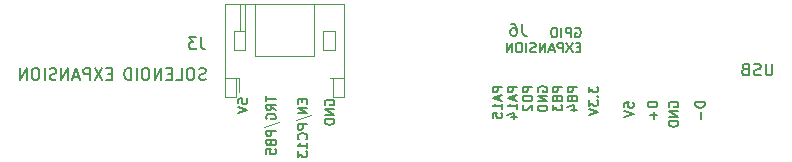
<source format=gbr>
%TF.GenerationSoftware,KiCad,Pcbnew,(6.99.0-5157-g987eb4b46a-dirty)*%
%TF.CreationDate,2022-12-28T16:32:46-05:00*%
%TF.ProjectId,controller,636f6e74-726f-46c6-9c65-722e6b696361,rev?*%
%TF.SameCoordinates,PX3cfccb0PYa197300*%
%TF.FileFunction,Legend,Bot*%
%TF.FilePolarity,Positive*%
%FSLAX46Y46*%
G04 Gerber Fmt 4.6, Leading zero omitted, Abs format (unit mm)*
G04 Created by KiCad (PCBNEW (6.99.0-5157-g987eb4b46a-dirty)) date 2022-12-28 16:32:46*
%MOMM*%
%LPD*%
G01*
G04 APERTURE LIST*
%ADD10C,0.150000*%
%ADD11C,0.120000*%
G04 APERTURE END LIST*
D10*
X51314564Y30405215D02*
X51314564Y29909977D01*
X51314564Y29909977D02*
X51619326Y30176643D01*
X51619326Y30176643D02*
X51619326Y30062358D01*
X51619326Y30062358D02*
X51657421Y29986167D01*
X51657421Y29986167D02*
X51695517Y29948072D01*
X51695517Y29948072D02*
X51771707Y29909977D01*
X51771707Y29909977D02*
X51962183Y29909977D01*
X51962183Y29909977D02*
X52038374Y29948072D01*
X52038374Y29948072D02*
X52076469Y29986167D01*
X52076469Y29986167D02*
X52114564Y30062358D01*
X52114564Y30062358D02*
X52114564Y30290929D01*
X52114564Y30290929D02*
X52076469Y30367120D01*
X52076469Y30367120D02*
X52038374Y30405215D01*
X52038374Y29567119D02*
X52076469Y29529024D01*
X52076469Y29529024D02*
X52114564Y29567119D01*
X52114564Y29567119D02*
X52076469Y29605215D01*
X52076469Y29605215D02*
X52038374Y29567119D01*
X52038374Y29567119D02*
X52114564Y29567119D01*
X51314564Y29262358D02*
X51314564Y28767120D01*
X51314564Y28767120D02*
X51619326Y29033786D01*
X51619326Y29033786D02*
X51619326Y28919501D01*
X51619326Y28919501D02*
X51657421Y28843310D01*
X51657421Y28843310D02*
X51695517Y28805215D01*
X51695517Y28805215D02*
X51771707Y28767120D01*
X51771707Y28767120D02*
X51962183Y28767120D01*
X51962183Y28767120D02*
X52038374Y28805215D01*
X52038374Y28805215D02*
X52076469Y28843310D01*
X52076469Y28843310D02*
X52114564Y28919501D01*
X52114564Y28919501D02*
X52114564Y29148072D01*
X52114564Y29148072D02*
X52076469Y29224263D01*
X52076469Y29224263D02*
X52038374Y29262358D01*
X51314564Y28538548D02*
X52114564Y28271881D01*
X52114564Y28271881D02*
X51314564Y28005215D01*
X50205296Y35351800D02*
X50281486Y35389896D01*
X50281486Y35389896D02*
X50395772Y35389896D01*
X50395772Y35389896D02*
X50510058Y35351800D01*
X50510058Y35351800D02*
X50586248Y35275610D01*
X50586248Y35275610D02*
X50624343Y35199420D01*
X50624343Y35199420D02*
X50662439Y35047039D01*
X50662439Y35047039D02*
X50662439Y34932753D01*
X50662439Y34932753D02*
X50624343Y34780372D01*
X50624343Y34780372D02*
X50586248Y34704181D01*
X50586248Y34704181D02*
X50510058Y34627991D01*
X50510058Y34627991D02*
X50395772Y34589896D01*
X50395772Y34589896D02*
X50319581Y34589896D01*
X50319581Y34589896D02*
X50205296Y34627991D01*
X50205296Y34627991D02*
X50167200Y34666086D01*
X50167200Y34666086D02*
X50167200Y34932753D01*
X50167200Y34932753D02*
X50319581Y34932753D01*
X49824343Y34589896D02*
X49824343Y35389896D01*
X49824343Y35389896D02*
X49519581Y35389896D01*
X49519581Y35389896D02*
X49443391Y35351800D01*
X49443391Y35351800D02*
X49405296Y35313705D01*
X49405296Y35313705D02*
X49367200Y35237515D01*
X49367200Y35237515D02*
X49367200Y35123229D01*
X49367200Y35123229D02*
X49405296Y35047039D01*
X49405296Y35047039D02*
X49443391Y35008943D01*
X49443391Y35008943D02*
X49519581Y34970848D01*
X49519581Y34970848D02*
X49824343Y34970848D01*
X49024343Y34589896D02*
X49024343Y35389896D01*
X48491010Y35389896D02*
X48338629Y35389896D01*
X48338629Y35389896D02*
X48262439Y35351800D01*
X48262439Y35351800D02*
X48186248Y35275610D01*
X48186248Y35275610D02*
X48148153Y35123229D01*
X48148153Y35123229D02*
X48148153Y34856562D01*
X48148153Y34856562D02*
X48186248Y34704181D01*
X48186248Y34704181D02*
X48262439Y34627991D01*
X48262439Y34627991D02*
X48338629Y34589896D01*
X48338629Y34589896D02*
X48491010Y34589896D01*
X48491010Y34589896D02*
X48567201Y34627991D01*
X48567201Y34627991D02*
X48643391Y34704181D01*
X48643391Y34704181D02*
X48681487Y34856562D01*
X48681487Y34856562D02*
X48681487Y35123229D01*
X48681487Y35123229D02*
X48643391Y35275610D01*
X48643391Y35275610D02*
X48567201Y35351800D01*
X48567201Y35351800D02*
X48491010Y35389896D01*
X50624343Y33712943D02*
X50357677Y33712943D01*
X50243391Y33293896D02*
X50624343Y33293896D01*
X50624343Y33293896D02*
X50624343Y34093896D01*
X50624343Y34093896D02*
X50243391Y34093896D01*
X49976724Y34093896D02*
X49443390Y33293896D01*
X49443390Y34093896D02*
X49976724Y33293896D01*
X49138628Y33293896D02*
X49138628Y34093896D01*
X49138628Y34093896D02*
X48833866Y34093896D01*
X48833866Y34093896D02*
X48757676Y34055800D01*
X48757676Y34055800D02*
X48719581Y34017705D01*
X48719581Y34017705D02*
X48681485Y33941515D01*
X48681485Y33941515D02*
X48681485Y33827229D01*
X48681485Y33827229D02*
X48719581Y33751039D01*
X48719581Y33751039D02*
X48757676Y33712943D01*
X48757676Y33712943D02*
X48833866Y33674848D01*
X48833866Y33674848D02*
X49138628Y33674848D01*
X48376724Y33522467D02*
X47995771Y33522467D01*
X48452914Y33293896D02*
X48186247Y34093896D01*
X48186247Y34093896D02*
X47919581Y33293896D01*
X47652914Y33293896D02*
X47652914Y34093896D01*
X47652914Y34093896D02*
X47195771Y33293896D01*
X47195771Y33293896D02*
X47195771Y34093896D01*
X46852915Y33331991D02*
X46738629Y33293896D01*
X46738629Y33293896D02*
X46548153Y33293896D01*
X46548153Y33293896D02*
X46471962Y33331991D01*
X46471962Y33331991D02*
X46433867Y33370086D01*
X46433867Y33370086D02*
X46395772Y33446277D01*
X46395772Y33446277D02*
X46395772Y33522467D01*
X46395772Y33522467D02*
X46433867Y33598658D01*
X46433867Y33598658D02*
X46471962Y33636753D01*
X46471962Y33636753D02*
X46548153Y33674848D01*
X46548153Y33674848D02*
X46700534Y33712943D01*
X46700534Y33712943D02*
X46776724Y33751039D01*
X46776724Y33751039D02*
X46814819Y33789134D01*
X46814819Y33789134D02*
X46852915Y33865324D01*
X46852915Y33865324D02*
X46852915Y33941515D01*
X46852915Y33941515D02*
X46814819Y34017705D01*
X46814819Y34017705D02*
X46776724Y34055800D01*
X46776724Y34055800D02*
X46700534Y34093896D01*
X46700534Y34093896D02*
X46510057Y34093896D01*
X46510057Y34093896D02*
X46395772Y34055800D01*
X46052914Y33293896D02*
X46052914Y34093896D01*
X45519581Y34093896D02*
X45367200Y34093896D01*
X45367200Y34093896D02*
X45291010Y34055800D01*
X45291010Y34055800D02*
X45214819Y33979610D01*
X45214819Y33979610D02*
X45176724Y33827229D01*
X45176724Y33827229D02*
X45176724Y33560562D01*
X45176724Y33560562D02*
X45214819Y33408181D01*
X45214819Y33408181D02*
X45291010Y33331991D01*
X45291010Y33331991D02*
X45367200Y33293896D01*
X45367200Y33293896D02*
X45519581Y33293896D01*
X45519581Y33293896D02*
X45595772Y33331991D01*
X45595772Y33331991D02*
X45671962Y33408181D01*
X45671962Y33408181D02*
X45710058Y33560562D01*
X45710058Y33560562D02*
X45710058Y33827229D01*
X45710058Y33827229D02*
X45671962Y33979610D01*
X45671962Y33979610D02*
X45595772Y34055800D01*
X45595772Y34055800D02*
X45519581Y34093896D01*
X44833867Y33293896D02*
X44833867Y34093896D01*
X44833867Y34093896D02*
X44376724Y33293896D01*
X44376724Y33293896D02*
X44376724Y34093896D01*
D11*
X23847640Y26953620D02*
X25092240Y27382880D01*
X26537500Y27547980D02*
X27782100Y27977240D01*
D10*
X27070217Y29331084D02*
X27070217Y29064418D01*
X27489264Y28950132D02*
X27489264Y29331084D01*
X27489264Y29331084D02*
X26689264Y29331084D01*
X26689264Y29331084D02*
X26689264Y28950132D01*
X27489264Y28607274D02*
X26689264Y28607274D01*
X26689264Y28607274D02*
X27489264Y28150131D01*
X27489264Y28150131D02*
X26689264Y28150131D01*
X24014644Y29600310D02*
X24014644Y29143167D01*
X24814644Y29371739D02*
X24014644Y29371739D01*
X24814644Y28419357D02*
X24433692Y28686024D01*
X24814644Y28876500D02*
X24014644Y28876500D01*
X24014644Y28876500D02*
X24014644Y28571738D01*
X24014644Y28571738D02*
X24052740Y28495548D01*
X24052740Y28495548D02*
X24090835Y28457453D01*
X24090835Y28457453D02*
X24167025Y28419357D01*
X24167025Y28419357D02*
X24281311Y28419357D01*
X24281311Y28419357D02*
X24357501Y28457453D01*
X24357501Y28457453D02*
X24395597Y28495548D01*
X24395597Y28495548D02*
X24433692Y28571738D01*
X24433692Y28571738D02*
X24433692Y28876500D01*
X24052740Y27657453D02*
X24014644Y27733643D01*
X24014644Y27733643D02*
X24014644Y27847929D01*
X24014644Y27847929D02*
X24052740Y27962215D01*
X24052740Y27962215D02*
X24128930Y28038405D01*
X24128930Y28038405D02*
X24205120Y28076500D01*
X24205120Y28076500D02*
X24357501Y28114596D01*
X24357501Y28114596D02*
X24471787Y28114596D01*
X24471787Y28114596D02*
X24624168Y28076500D01*
X24624168Y28076500D02*
X24700359Y28038405D01*
X24700359Y28038405D02*
X24776549Y27962215D01*
X24776549Y27962215D02*
X24814644Y27847929D01*
X24814644Y27847929D02*
X24814644Y27771738D01*
X24814644Y27771738D02*
X24776549Y27657453D01*
X24776549Y27657453D02*
X24738454Y27619357D01*
X24738454Y27619357D02*
X24471787Y27619357D01*
X24471787Y27619357D02*
X24471787Y27771738D01*
X29015900Y28845997D02*
X28977804Y28922187D01*
X28977804Y28922187D02*
X28977804Y29036473D01*
X28977804Y29036473D02*
X29015900Y29150759D01*
X29015900Y29150759D02*
X29092090Y29226949D01*
X29092090Y29226949D02*
X29168280Y29265044D01*
X29168280Y29265044D02*
X29320661Y29303140D01*
X29320661Y29303140D02*
X29434947Y29303140D01*
X29434947Y29303140D02*
X29587328Y29265044D01*
X29587328Y29265044D02*
X29663519Y29226949D01*
X29663519Y29226949D02*
X29739709Y29150759D01*
X29739709Y29150759D02*
X29777804Y29036473D01*
X29777804Y29036473D02*
X29777804Y28960282D01*
X29777804Y28960282D02*
X29739709Y28845997D01*
X29739709Y28845997D02*
X29701614Y28807901D01*
X29701614Y28807901D02*
X29434947Y28807901D01*
X29434947Y28807901D02*
X29434947Y28960282D01*
X29777804Y28465044D02*
X28977804Y28465044D01*
X28977804Y28465044D02*
X29777804Y28007901D01*
X29777804Y28007901D02*
X28977804Y28007901D01*
X29777804Y27626949D02*
X28977804Y27626949D01*
X28977804Y27626949D02*
X28977804Y27436473D01*
X28977804Y27436473D02*
X29015900Y27322187D01*
X29015900Y27322187D02*
X29092090Y27245997D01*
X29092090Y27245997D02*
X29168280Y27207902D01*
X29168280Y27207902D02*
X29320661Y27169806D01*
X29320661Y27169806D02*
X29434947Y27169806D01*
X29434947Y27169806D02*
X29587328Y27207902D01*
X29587328Y27207902D02*
X29663519Y27245997D01*
X29663519Y27245997D02*
X29739709Y27322187D01*
X29739709Y27322187D02*
X29777804Y27436473D01*
X29777804Y27436473D02*
X29777804Y27626949D01*
X21632124Y28980612D02*
X21632124Y29361564D01*
X21632124Y29361564D02*
X22013077Y29399660D01*
X22013077Y29399660D02*
X21974981Y29361564D01*
X21974981Y29361564D02*
X21936886Y29285374D01*
X21936886Y29285374D02*
X21936886Y29094898D01*
X21936886Y29094898D02*
X21974981Y29018707D01*
X21974981Y29018707D02*
X22013077Y28980612D01*
X22013077Y28980612D02*
X22089267Y28942517D01*
X22089267Y28942517D02*
X22279743Y28942517D01*
X22279743Y28942517D02*
X22355934Y28980612D01*
X22355934Y28980612D02*
X22394029Y29018707D01*
X22394029Y29018707D02*
X22432124Y29094898D01*
X22432124Y29094898D02*
X22432124Y29285374D01*
X22432124Y29285374D02*
X22394029Y29361564D01*
X22394029Y29361564D02*
X22355934Y29399660D01*
X21632124Y28713945D02*
X22432124Y28447278D01*
X22432124Y28447278D02*
X21632124Y28180612D01*
X24814644Y26676784D02*
X24014644Y26676784D01*
X24014644Y26676784D02*
X24014644Y26372022D01*
X24014644Y26372022D02*
X24052740Y26295832D01*
X24052740Y26295832D02*
X24090835Y26257737D01*
X24090835Y26257737D02*
X24167025Y26219641D01*
X24167025Y26219641D02*
X24281311Y26219641D01*
X24281311Y26219641D02*
X24357501Y26257737D01*
X24357501Y26257737D02*
X24395597Y26295832D01*
X24395597Y26295832D02*
X24433692Y26372022D01*
X24433692Y26372022D02*
X24433692Y26676784D01*
X24395597Y25610118D02*
X24433692Y25495832D01*
X24433692Y25495832D02*
X24471787Y25457737D01*
X24471787Y25457737D02*
X24547978Y25419641D01*
X24547978Y25419641D02*
X24662263Y25419641D01*
X24662263Y25419641D02*
X24738454Y25457737D01*
X24738454Y25457737D02*
X24776549Y25495832D01*
X24776549Y25495832D02*
X24814644Y25572022D01*
X24814644Y25572022D02*
X24814644Y25876784D01*
X24814644Y25876784D02*
X24014644Y25876784D01*
X24014644Y25876784D02*
X24014644Y25610118D01*
X24014644Y25610118D02*
X24052740Y25533927D01*
X24052740Y25533927D02*
X24090835Y25495832D01*
X24090835Y25495832D02*
X24167025Y25457737D01*
X24167025Y25457737D02*
X24243216Y25457737D01*
X24243216Y25457737D02*
X24319406Y25495832D01*
X24319406Y25495832D02*
X24357501Y25533927D01*
X24357501Y25533927D02*
X24395597Y25610118D01*
X24395597Y25610118D02*
X24395597Y25876784D01*
X24014644Y24695832D02*
X24014644Y25076784D01*
X24014644Y25076784D02*
X24395597Y25114880D01*
X24395597Y25114880D02*
X24357501Y25076784D01*
X24357501Y25076784D02*
X24319406Y25000594D01*
X24319406Y25000594D02*
X24319406Y24810118D01*
X24319406Y24810118D02*
X24357501Y24733927D01*
X24357501Y24733927D02*
X24395597Y24695832D01*
X24395597Y24695832D02*
X24471787Y24657737D01*
X24471787Y24657737D02*
X24662263Y24657737D01*
X24662263Y24657737D02*
X24738454Y24695832D01*
X24738454Y24695832D02*
X24776549Y24733927D01*
X24776549Y24733927D02*
X24814644Y24810118D01*
X24814644Y24810118D02*
X24814644Y25000594D01*
X24814644Y25000594D02*
X24776549Y25076784D01*
X24776549Y25076784D02*
X24738454Y25114880D01*
X27489264Y27200024D02*
X26689264Y27200024D01*
X26689264Y27200024D02*
X26689264Y26895262D01*
X26689264Y26895262D02*
X26727360Y26819072D01*
X26727360Y26819072D02*
X26765455Y26780977D01*
X26765455Y26780977D02*
X26841645Y26742881D01*
X26841645Y26742881D02*
X26955931Y26742881D01*
X26955931Y26742881D02*
X27032121Y26780977D01*
X27032121Y26780977D02*
X27070217Y26819072D01*
X27070217Y26819072D02*
X27108312Y26895262D01*
X27108312Y26895262D02*
X27108312Y27200024D01*
X27413074Y25942881D02*
X27451169Y25980977D01*
X27451169Y25980977D02*
X27489264Y26095262D01*
X27489264Y26095262D02*
X27489264Y26171453D01*
X27489264Y26171453D02*
X27451169Y26285739D01*
X27451169Y26285739D02*
X27374979Y26361929D01*
X27374979Y26361929D02*
X27298788Y26400024D01*
X27298788Y26400024D02*
X27146407Y26438120D01*
X27146407Y26438120D02*
X27032121Y26438120D01*
X27032121Y26438120D02*
X26879740Y26400024D01*
X26879740Y26400024D02*
X26803550Y26361929D01*
X26803550Y26361929D02*
X26727360Y26285739D01*
X26727360Y26285739D02*
X26689264Y26171453D01*
X26689264Y26171453D02*
X26689264Y26095262D01*
X26689264Y26095262D02*
X26727360Y25980977D01*
X26727360Y25980977D02*
X26765455Y25942881D01*
X27489264Y25180977D02*
X27489264Y25638120D01*
X27489264Y25409548D02*
X26689264Y25409548D01*
X26689264Y25409548D02*
X26803550Y25485739D01*
X26803550Y25485739D02*
X26879740Y25561929D01*
X26879740Y25561929D02*
X26917836Y25638120D01*
X26689264Y24914310D02*
X26689264Y24419072D01*
X26689264Y24419072D02*
X26994026Y24685738D01*
X26994026Y24685738D02*
X26994026Y24571453D01*
X26994026Y24571453D02*
X27032121Y24495262D01*
X27032121Y24495262D02*
X27070217Y24457167D01*
X27070217Y24457167D02*
X27146407Y24419072D01*
X27146407Y24419072D02*
X27336883Y24419072D01*
X27336883Y24419072D02*
X27413074Y24457167D01*
X27413074Y24457167D02*
X27451169Y24495262D01*
X27451169Y24495262D02*
X27489264Y24571453D01*
X27489264Y24571453D02*
X27489264Y24800024D01*
X27489264Y24800024D02*
X27451169Y24876215D01*
X27451169Y24876215D02*
X27413074Y24914310D01*
X54334624Y28635081D02*
X54334624Y29016033D01*
X54334624Y29016033D02*
X54715577Y29054129D01*
X54715577Y29054129D02*
X54677481Y29016033D01*
X54677481Y29016033D02*
X54639386Y28939843D01*
X54639386Y28939843D02*
X54639386Y28749367D01*
X54639386Y28749367D02*
X54677481Y28673176D01*
X54677481Y28673176D02*
X54715577Y28635081D01*
X54715577Y28635081D02*
X54791767Y28596986D01*
X54791767Y28596986D02*
X54982243Y28596986D01*
X54982243Y28596986D02*
X55058434Y28635081D01*
X55058434Y28635081D02*
X55096529Y28673176D01*
X55096529Y28673176D02*
X55134624Y28749367D01*
X55134624Y28749367D02*
X55134624Y28939843D01*
X55134624Y28939843D02*
X55096529Y29016033D01*
X55096529Y29016033D02*
X55058434Y29054129D01*
X54334624Y28368414D02*
X55134624Y28101747D01*
X55134624Y28101747D02*
X54334624Y27835081D01*
X58157320Y28675664D02*
X58119224Y28751854D01*
X58119224Y28751854D02*
X58119224Y28866140D01*
X58119224Y28866140D02*
X58157320Y28980426D01*
X58157320Y28980426D02*
X58233510Y29056616D01*
X58233510Y29056616D02*
X58309700Y29094711D01*
X58309700Y29094711D02*
X58462081Y29132807D01*
X58462081Y29132807D02*
X58576367Y29132807D01*
X58576367Y29132807D02*
X58728748Y29094711D01*
X58728748Y29094711D02*
X58804939Y29056616D01*
X58804939Y29056616D02*
X58881129Y28980426D01*
X58881129Y28980426D02*
X58919224Y28866140D01*
X58919224Y28866140D02*
X58919224Y28789949D01*
X58919224Y28789949D02*
X58881129Y28675664D01*
X58881129Y28675664D02*
X58843034Y28637568D01*
X58843034Y28637568D02*
X58576367Y28637568D01*
X58576367Y28637568D02*
X58576367Y28789949D01*
X58919224Y28294711D02*
X58119224Y28294711D01*
X58119224Y28294711D02*
X58919224Y27837568D01*
X58919224Y27837568D02*
X58119224Y27837568D01*
X58919224Y27456616D02*
X58119224Y27456616D01*
X58119224Y27456616D02*
X58119224Y27266140D01*
X58119224Y27266140D02*
X58157320Y27151854D01*
X58157320Y27151854D02*
X58233510Y27075664D01*
X58233510Y27075664D02*
X58309700Y27037569D01*
X58309700Y27037569D02*
X58462081Y26999473D01*
X58462081Y26999473D02*
X58576367Y26999473D01*
X58576367Y26999473D02*
X58728748Y27037569D01*
X58728748Y27037569D02*
X58804939Y27075664D01*
X58804939Y27075664D02*
X58881129Y27151854D01*
X58881129Y27151854D02*
X58919224Y27266140D01*
X58919224Y27266140D02*
X58919224Y27456616D01*
X57123444Y29090942D02*
X56323444Y29090942D01*
X56323444Y29090942D02*
X56323444Y28900466D01*
X56323444Y28900466D02*
X56361540Y28786180D01*
X56361540Y28786180D02*
X56437730Y28709990D01*
X56437730Y28709990D02*
X56513920Y28671895D01*
X56513920Y28671895D02*
X56666301Y28633799D01*
X56666301Y28633799D02*
X56780587Y28633799D01*
X56780587Y28633799D02*
X56932968Y28671895D01*
X56932968Y28671895D02*
X57009159Y28709990D01*
X57009159Y28709990D02*
X57085349Y28786180D01*
X57085349Y28786180D02*
X57123444Y28900466D01*
X57123444Y28900466D02*
X57123444Y29090942D01*
X56818682Y28290942D02*
X56818682Y27681418D01*
X57123444Y27986180D02*
X56513920Y27986180D01*
X61162044Y29073162D02*
X60362044Y29073162D01*
X60362044Y29073162D02*
X60362044Y28882686D01*
X60362044Y28882686D02*
X60400140Y28768400D01*
X60400140Y28768400D02*
X60476330Y28692210D01*
X60476330Y28692210D02*
X60552520Y28654115D01*
X60552520Y28654115D02*
X60704901Y28616019D01*
X60704901Y28616019D02*
X60819187Y28616019D01*
X60819187Y28616019D02*
X60971568Y28654115D01*
X60971568Y28654115D02*
X61047759Y28692210D01*
X61047759Y28692210D02*
X61123949Y28768400D01*
X61123949Y28768400D02*
X61162044Y28882686D01*
X61162044Y28882686D02*
X61162044Y29073162D01*
X60857282Y28273162D02*
X60857282Y27663638D01*
X50339104Y30400144D02*
X49539104Y30400144D01*
X49539104Y30400144D02*
X49539104Y30095382D01*
X49539104Y30095382D02*
X49577200Y30019192D01*
X49577200Y30019192D02*
X49615295Y29981097D01*
X49615295Y29981097D02*
X49691485Y29943001D01*
X49691485Y29943001D02*
X49805771Y29943001D01*
X49805771Y29943001D02*
X49881961Y29981097D01*
X49881961Y29981097D02*
X49920057Y30019192D01*
X49920057Y30019192D02*
X49958152Y30095382D01*
X49958152Y30095382D02*
X49958152Y30400144D01*
X49920057Y29333478D02*
X49958152Y29219192D01*
X49958152Y29219192D02*
X49996247Y29181097D01*
X49996247Y29181097D02*
X50072438Y29143001D01*
X50072438Y29143001D02*
X50186723Y29143001D01*
X50186723Y29143001D02*
X50262914Y29181097D01*
X50262914Y29181097D02*
X50301009Y29219192D01*
X50301009Y29219192D02*
X50339104Y29295382D01*
X50339104Y29295382D02*
X50339104Y29600144D01*
X50339104Y29600144D02*
X49539104Y29600144D01*
X49539104Y29600144D02*
X49539104Y29333478D01*
X49539104Y29333478D02*
X49577200Y29257287D01*
X49577200Y29257287D02*
X49615295Y29219192D01*
X49615295Y29219192D02*
X49691485Y29181097D01*
X49691485Y29181097D02*
X49767676Y29181097D01*
X49767676Y29181097D02*
X49843866Y29219192D01*
X49843866Y29219192D02*
X49881961Y29257287D01*
X49881961Y29257287D02*
X49920057Y29333478D01*
X49920057Y29333478D02*
X49920057Y29600144D01*
X49805771Y28457287D02*
X50339104Y28457287D01*
X49501009Y28647763D02*
X50072438Y28838240D01*
X50072438Y28838240D02*
X50072438Y28343001D01*
X49069104Y30400144D02*
X48269104Y30400144D01*
X48269104Y30400144D02*
X48269104Y30095382D01*
X48269104Y30095382D02*
X48307200Y30019192D01*
X48307200Y30019192D02*
X48345295Y29981097D01*
X48345295Y29981097D02*
X48421485Y29943001D01*
X48421485Y29943001D02*
X48535771Y29943001D01*
X48535771Y29943001D02*
X48611961Y29981097D01*
X48611961Y29981097D02*
X48650057Y30019192D01*
X48650057Y30019192D02*
X48688152Y30095382D01*
X48688152Y30095382D02*
X48688152Y30400144D01*
X48650057Y29333478D02*
X48688152Y29219192D01*
X48688152Y29219192D02*
X48726247Y29181097D01*
X48726247Y29181097D02*
X48802438Y29143001D01*
X48802438Y29143001D02*
X48916723Y29143001D01*
X48916723Y29143001D02*
X48992914Y29181097D01*
X48992914Y29181097D02*
X49031009Y29219192D01*
X49031009Y29219192D02*
X49069104Y29295382D01*
X49069104Y29295382D02*
X49069104Y29600144D01*
X49069104Y29600144D02*
X48269104Y29600144D01*
X48269104Y29600144D02*
X48269104Y29333478D01*
X48269104Y29333478D02*
X48307200Y29257287D01*
X48307200Y29257287D02*
X48345295Y29219192D01*
X48345295Y29219192D02*
X48421485Y29181097D01*
X48421485Y29181097D02*
X48497676Y29181097D01*
X48497676Y29181097D02*
X48573866Y29219192D01*
X48573866Y29219192D02*
X48611961Y29257287D01*
X48611961Y29257287D02*
X48650057Y29333478D01*
X48650057Y29333478D02*
X48650057Y29600144D01*
X48269104Y28876335D02*
X48269104Y28381097D01*
X48269104Y28381097D02*
X48573866Y28647763D01*
X48573866Y28647763D02*
X48573866Y28533478D01*
X48573866Y28533478D02*
X48611961Y28457287D01*
X48611961Y28457287D02*
X48650057Y28419192D01*
X48650057Y28419192D02*
X48726247Y28381097D01*
X48726247Y28381097D02*
X48916723Y28381097D01*
X48916723Y28381097D02*
X48992914Y28419192D01*
X48992914Y28419192D02*
X49031009Y28457287D01*
X49031009Y28457287D02*
X49069104Y28533478D01*
X49069104Y28533478D02*
X49069104Y28762049D01*
X49069104Y28762049D02*
X49031009Y28838240D01*
X49031009Y28838240D02*
X48992914Y28876335D01*
X47037200Y29981097D02*
X46999104Y30057287D01*
X46999104Y30057287D02*
X46999104Y30171573D01*
X46999104Y30171573D02*
X47037200Y30285859D01*
X47037200Y30285859D02*
X47113390Y30362049D01*
X47113390Y30362049D02*
X47189580Y30400144D01*
X47189580Y30400144D02*
X47341961Y30438240D01*
X47341961Y30438240D02*
X47456247Y30438240D01*
X47456247Y30438240D02*
X47608628Y30400144D01*
X47608628Y30400144D02*
X47684819Y30362049D01*
X47684819Y30362049D02*
X47761009Y30285859D01*
X47761009Y30285859D02*
X47799104Y30171573D01*
X47799104Y30171573D02*
X47799104Y30095382D01*
X47799104Y30095382D02*
X47761009Y29981097D01*
X47761009Y29981097D02*
X47722914Y29943001D01*
X47722914Y29943001D02*
X47456247Y29943001D01*
X47456247Y29943001D02*
X47456247Y30095382D01*
X47799104Y29600144D02*
X46999104Y29600144D01*
X46999104Y29600144D02*
X47799104Y29143001D01*
X47799104Y29143001D02*
X46999104Y29143001D01*
X47799104Y28762049D02*
X46999104Y28762049D01*
X46999104Y28762049D02*
X46999104Y28571573D01*
X46999104Y28571573D02*
X47037200Y28457287D01*
X47037200Y28457287D02*
X47113390Y28381097D01*
X47113390Y28381097D02*
X47189580Y28343002D01*
X47189580Y28343002D02*
X47341961Y28304906D01*
X47341961Y28304906D02*
X47456247Y28304906D01*
X47456247Y28304906D02*
X47608628Y28343002D01*
X47608628Y28343002D02*
X47684819Y28381097D01*
X47684819Y28381097D02*
X47761009Y28457287D01*
X47761009Y28457287D02*
X47799104Y28571573D01*
X47799104Y28571573D02*
X47799104Y28762049D01*
X46529104Y30400144D02*
X45729104Y30400144D01*
X45729104Y30400144D02*
X45729104Y30095382D01*
X45729104Y30095382D02*
X45767200Y30019192D01*
X45767200Y30019192D02*
X45805295Y29981097D01*
X45805295Y29981097D02*
X45881485Y29943001D01*
X45881485Y29943001D02*
X45995771Y29943001D01*
X45995771Y29943001D02*
X46071961Y29981097D01*
X46071961Y29981097D02*
X46110057Y30019192D01*
X46110057Y30019192D02*
X46148152Y30095382D01*
X46148152Y30095382D02*
X46148152Y30400144D01*
X46529104Y29600144D02*
X45729104Y29600144D01*
X45729104Y29600144D02*
X45729104Y29409668D01*
X45729104Y29409668D02*
X45767200Y29295382D01*
X45767200Y29295382D02*
X45843390Y29219192D01*
X45843390Y29219192D02*
X45919580Y29181097D01*
X45919580Y29181097D02*
X46071961Y29143001D01*
X46071961Y29143001D02*
X46186247Y29143001D01*
X46186247Y29143001D02*
X46338628Y29181097D01*
X46338628Y29181097D02*
X46414819Y29219192D01*
X46414819Y29219192D02*
X46491009Y29295382D01*
X46491009Y29295382D02*
X46529104Y29409668D01*
X46529104Y29409668D02*
X46529104Y29600144D01*
X45805295Y28838240D02*
X45767200Y28800144D01*
X45767200Y28800144D02*
X45729104Y28723954D01*
X45729104Y28723954D02*
X45729104Y28533478D01*
X45729104Y28533478D02*
X45767200Y28457287D01*
X45767200Y28457287D02*
X45805295Y28419192D01*
X45805295Y28419192D02*
X45881485Y28381097D01*
X45881485Y28381097D02*
X45957676Y28381097D01*
X45957676Y28381097D02*
X46071961Y28419192D01*
X46071961Y28419192D02*
X46529104Y28876335D01*
X46529104Y28876335D02*
X46529104Y28381097D01*
X45259104Y30400144D02*
X44459104Y30400144D01*
X44459104Y30400144D02*
X44459104Y30095382D01*
X44459104Y30095382D02*
X44497200Y30019192D01*
X44497200Y30019192D02*
X44535295Y29981097D01*
X44535295Y29981097D02*
X44611485Y29943001D01*
X44611485Y29943001D02*
X44725771Y29943001D01*
X44725771Y29943001D02*
X44801961Y29981097D01*
X44801961Y29981097D02*
X44840057Y30019192D01*
X44840057Y30019192D02*
X44878152Y30095382D01*
X44878152Y30095382D02*
X44878152Y30400144D01*
X45030533Y29638240D02*
X45030533Y29257287D01*
X45259104Y29714430D02*
X44459104Y29447763D01*
X44459104Y29447763D02*
X45259104Y29181097D01*
X45259104Y28495383D02*
X45259104Y28952526D01*
X45259104Y28723954D02*
X44459104Y28723954D01*
X44459104Y28723954D02*
X44573390Y28800145D01*
X44573390Y28800145D02*
X44649580Y28876335D01*
X44649580Y28876335D02*
X44687676Y28952526D01*
X44725771Y27809668D02*
X45259104Y27809668D01*
X44421009Y28000144D02*
X44992438Y28190621D01*
X44992438Y28190621D02*
X44992438Y27695382D01*
X43989104Y30400144D02*
X43189104Y30400144D01*
X43189104Y30400144D02*
X43189104Y30095382D01*
X43189104Y30095382D02*
X43227200Y30019192D01*
X43227200Y30019192D02*
X43265295Y29981097D01*
X43265295Y29981097D02*
X43341485Y29943001D01*
X43341485Y29943001D02*
X43455771Y29943001D01*
X43455771Y29943001D02*
X43531961Y29981097D01*
X43531961Y29981097D02*
X43570057Y30019192D01*
X43570057Y30019192D02*
X43608152Y30095382D01*
X43608152Y30095382D02*
X43608152Y30400144D01*
X43760533Y29638240D02*
X43760533Y29257287D01*
X43989104Y29714430D02*
X43189104Y29447763D01*
X43189104Y29447763D02*
X43989104Y29181097D01*
X43989104Y28495383D02*
X43989104Y28952526D01*
X43989104Y28723954D02*
X43189104Y28723954D01*
X43189104Y28723954D02*
X43303390Y28800145D01*
X43303390Y28800145D02*
X43379580Y28876335D01*
X43379580Y28876335D02*
X43417676Y28952526D01*
X43189104Y27771573D02*
X43189104Y28152525D01*
X43189104Y28152525D02*
X43570057Y28190621D01*
X43570057Y28190621D02*
X43531961Y28152525D01*
X43531961Y28152525D02*
X43493866Y28076335D01*
X43493866Y28076335D02*
X43493866Y27885859D01*
X43493866Y27885859D02*
X43531961Y27809668D01*
X43531961Y27809668D02*
X43570057Y27771573D01*
X43570057Y27771573D02*
X43646247Y27733478D01*
X43646247Y27733478D02*
X43836723Y27733478D01*
X43836723Y27733478D02*
X43912914Y27771573D01*
X43912914Y27771573D02*
X43951009Y27809668D01*
X43951009Y27809668D02*
X43989104Y27885859D01*
X43989104Y27885859D02*
X43989104Y28076335D01*
X43989104Y28076335D02*
X43951009Y28152525D01*
X43951009Y28152525D02*
X43912914Y28190621D01*
X18900637Y31015359D02*
X18757780Y30967740D01*
X18757780Y30967740D02*
X18519685Y30967740D01*
X18519685Y30967740D02*
X18424447Y31015359D01*
X18424447Y31015359D02*
X18376828Y31062978D01*
X18376828Y31062978D02*
X18329209Y31158216D01*
X18329209Y31158216D02*
X18329209Y31253454D01*
X18329209Y31253454D02*
X18376828Y31348692D01*
X18376828Y31348692D02*
X18424447Y31396311D01*
X18424447Y31396311D02*
X18519685Y31443930D01*
X18519685Y31443930D02*
X18710161Y31491549D01*
X18710161Y31491549D02*
X18805399Y31539168D01*
X18805399Y31539168D02*
X18853018Y31586787D01*
X18853018Y31586787D02*
X18900637Y31682025D01*
X18900637Y31682025D02*
X18900637Y31777263D01*
X18900637Y31777263D02*
X18853018Y31872501D01*
X18853018Y31872501D02*
X18805399Y31920120D01*
X18805399Y31920120D02*
X18710161Y31967740D01*
X18710161Y31967740D02*
X18472066Y31967740D01*
X18472066Y31967740D02*
X18329209Y31920120D01*
X17710161Y31967740D02*
X17519685Y31967740D01*
X17519685Y31967740D02*
X17424447Y31920120D01*
X17424447Y31920120D02*
X17329209Y31824882D01*
X17329209Y31824882D02*
X17281590Y31634406D01*
X17281590Y31634406D02*
X17281590Y31301073D01*
X17281590Y31301073D02*
X17329209Y31110597D01*
X17329209Y31110597D02*
X17424447Y31015359D01*
X17424447Y31015359D02*
X17519685Y30967740D01*
X17519685Y30967740D02*
X17710161Y30967740D01*
X17710161Y30967740D02*
X17805399Y31015359D01*
X17805399Y31015359D02*
X17900637Y31110597D01*
X17900637Y31110597D02*
X17948256Y31301073D01*
X17948256Y31301073D02*
X17948256Y31634406D01*
X17948256Y31634406D02*
X17900637Y31824882D01*
X17900637Y31824882D02*
X17805399Y31920120D01*
X17805399Y31920120D02*
X17710161Y31967740D01*
X16376828Y30967740D02*
X16853018Y30967740D01*
X16853018Y30967740D02*
X16853018Y31967740D01*
X16043494Y31491549D02*
X15710161Y31491549D01*
X15567304Y30967740D02*
X16043494Y30967740D01*
X16043494Y30967740D02*
X16043494Y31967740D01*
X16043494Y31967740D02*
X15567304Y31967740D01*
X15138732Y30967740D02*
X15138732Y31967740D01*
X15138732Y31967740D02*
X14567304Y30967740D01*
X14567304Y30967740D02*
X14567304Y31967740D01*
X13900637Y31967740D02*
X13710161Y31967740D01*
X13710161Y31967740D02*
X13614923Y31920120D01*
X13614923Y31920120D02*
X13519685Y31824882D01*
X13519685Y31824882D02*
X13472066Y31634406D01*
X13472066Y31634406D02*
X13472066Y31301073D01*
X13472066Y31301073D02*
X13519685Y31110597D01*
X13519685Y31110597D02*
X13614923Y31015359D01*
X13614923Y31015359D02*
X13710161Y30967740D01*
X13710161Y30967740D02*
X13900637Y30967740D01*
X13900637Y30967740D02*
X13995875Y31015359D01*
X13995875Y31015359D02*
X14091113Y31110597D01*
X14091113Y31110597D02*
X14138732Y31301073D01*
X14138732Y31301073D02*
X14138732Y31634406D01*
X14138732Y31634406D02*
X14091113Y31824882D01*
X14091113Y31824882D02*
X13995875Y31920120D01*
X13995875Y31920120D02*
X13900637Y31967740D01*
X13043494Y30967740D02*
X13043494Y31967740D01*
X12567304Y30967740D02*
X12567304Y31967740D01*
X12567304Y31967740D02*
X12329209Y31967740D01*
X12329209Y31967740D02*
X12186352Y31920120D01*
X12186352Y31920120D02*
X12091114Y31824882D01*
X12091114Y31824882D02*
X12043495Y31729644D01*
X12043495Y31729644D02*
X11995876Y31539168D01*
X11995876Y31539168D02*
X11995876Y31396311D01*
X11995876Y31396311D02*
X12043495Y31205835D01*
X12043495Y31205835D02*
X12091114Y31110597D01*
X12091114Y31110597D02*
X12186352Y31015359D01*
X12186352Y31015359D02*
X12329209Y30967740D01*
X12329209Y30967740D02*
X12567304Y30967740D01*
X10967304Y31491549D02*
X10633971Y31491549D01*
X10491114Y30967740D02*
X10967304Y30967740D01*
X10967304Y30967740D02*
X10967304Y31967740D01*
X10967304Y31967740D02*
X10491114Y31967740D01*
X10157780Y31967740D02*
X9491114Y30967740D01*
X9491114Y31967740D02*
X10157780Y30967740D01*
X9110161Y30967740D02*
X9110161Y31967740D01*
X9110161Y31967740D02*
X8729209Y31967740D01*
X8729209Y31967740D02*
X8633971Y31920120D01*
X8633971Y31920120D02*
X8586352Y31872501D01*
X8586352Y31872501D02*
X8538733Y31777263D01*
X8538733Y31777263D02*
X8538733Y31634406D01*
X8538733Y31634406D02*
X8586352Y31539168D01*
X8586352Y31539168D02*
X8633971Y31491549D01*
X8633971Y31491549D02*
X8729209Y31443930D01*
X8729209Y31443930D02*
X9110161Y31443930D01*
X8157780Y31253454D02*
X7681590Y31253454D01*
X8253018Y30967740D02*
X7919685Y31967740D01*
X7919685Y31967740D02*
X7586352Y30967740D01*
X7253018Y30967740D02*
X7253018Y31967740D01*
X7253018Y31967740D02*
X6681590Y30967740D01*
X6681590Y30967740D02*
X6681590Y31967740D01*
X6253018Y31015359D02*
X6110161Y30967740D01*
X6110161Y30967740D02*
X5872066Y30967740D01*
X5872066Y30967740D02*
X5776828Y31015359D01*
X5776828Y31015359D02*
X5729209Y31062978D01*
X5729209Y31062978D02*
X5681590Y31158216D01*
X5681590Y31158216D02*
X5681590Y31253454D01*
X5681590Y31253454D02*
X5729209Y31348692D01*
X5729209Y31348692D02*
X5776828Y31396311D01*
X5776828Y31396311D02*
X5872066Y31443930D01*
X5872066Y31443930D02*
X6062542Y31491549D01*
X6062542Y31491549D02*
X6157780Y31539168D01*
X6157780Y31539168D02*
X6205399Y31586787D01*
X6205399Y31586787D02*
X6253018Y31682025D01*
X6253018Y31682025D02*
X6253018Y31777263D01*
X6253018Y31777263D02*
X6205399Y31872501D01*
X6205399Y31872501D02*
X6157780Y31920120D01*
X6157780Y31920120D02*
X6062542Y31967740D01*
X6062542Y31967740D02*
X5824447Y31967740D01*
X5824447Y31967740D02*
X5681590Y31920120D01*
X5253018Y30967740D02*
X5253018Y31967740D01*
X4586352Y31967740D02*
X4395876Y31967740D01*
X4395876Y31967740D02*
X4300638Y31920120D01*
X4300638Y31920120D02*
X4205400Y31824882D01*
X4205400Y31824882D02*
X4157781Y31634406D01*
X4157781Y31634406D02*
X4157781Y31301073D01*
X4157781Y31301073D02*
X4205400Y31110597D01*
X4205400Y31110597D02*
X4300638Y31015359D01*
X4300638Y31015359D02*
X4395876Y30967740D01*
X4395876Y30967740D02*
X4586352Y30967740D01*
X4586352Y30967740D02*
X4681590Y31015359D01*
X4681590Y31015359D02*
X4776828Y31110597D01*
X4776828Y31110597D02*
X4824447Y31301073D01*
X4824447Y31301073D02*
X4824447Y31634406D01*
X4824447Y31634406D02*
X4776828Y31824882D01*
X4776828Y31824882D02*
X4681590Y31920120D01*
X4681590Y31920120D02*
X4586352Y31967740D01*
X3729209Y30967740D02*
X3729209Y31967740D01*
X3729209Y31967740D02*
X3157781Y30967740D01*
X3157781Y30967740D02*
X3157781Y31967740D01*
X66887224Y32347260D02*
X66887224Y31537736D01*
X66887224Y31537736D02*
X66839605Y31442498D01*
X66839605Y31442498D02*
X66791986Y31394879D01*
X66791986Y31394879D02*
X66696748Y31347260D01*
X66696748Y31347260D02*
X66506272Y31347260D01*
X66506272Y31347260D02*
X66411034Y31394879D01*
X66411034Y31394879D02*
X66363415Y31442498D01*
X66363415Y31442498D02*
X66315796Y31537736D01*
X66315796Y31537736D02*
X66315796Y32347260D01*
X65887224Y31394879D02*
X65744367Y31347260D01*
X65744367Y31347260D02*
X65506272Y31347260D01*
X65506272Y31347260D02*
X65411034Y31394879D01*
X65411034Y31394879D02*
X65363415Y31442498D01*
X65363415Y31442498D02*
X65315796Y31537736D01*
X65315796Y31537736D02*
X65315796Y31632974D01*
X65315796Y31632974D02*
X65363415Y31728212D01*
X65363415Y31728212D02*
X65411034Y31775831D01*
X65411034Y31775831D02*
X65506272Y31823450D01*
X65506272Y31823450D02*
X65696748Y31871069D01*
X65696748Y31871069D02*
X65791986Y31918688D01*
X65791986Y31918688D02*
X65839605Y31966307D01*
X65839605Y31966307D02*
X65887224Y32061545D01*
X65887224Y32061545D02*
X65887224Y32156783D01*
X65887224Y32156783D02*
X65839605Y32252021D01*
X65839605Y32252021D02*
X65791986Y32299640D01*
X65791986Y32299640D02*
X65696748Y32347260D01*
X65696748Y32347260D02*
X65458653Y32347260D01*
X65458653Y32347260D02*
X65315796Y32299640D01*
X64553891Y31871069D02*
X64411034Y31823450D01*
X64411034Y31823450D02*
X64363415Y31775831D01*
X64363415Y31775831D02*
X64315796Y31680593D01*
X64315796Y31680593D02*
X64315796Y31537736D01*
X64315796Y31537736D02*
X64363415Y31442498D01*
X64363415Y31442498D02*
X64411034Y31394879D01*
X64411034Y31394879D02*
X64506272Y31347260D01*
X64506272Y31347260D02*
X64887224Y31347260D01*
X64887224Y31347260D02*
X64887224Y32347260D01*
X64887224Y32347260D02*
X64553891Y32347260D01*
X64553891Y32347260D02*
X64458653Y32299640D01*
X64458653Y32299640D02*
X64411034Y32252021D01*
X64411034Y32252021D02*
X64363415Y32156783D01*
X64363415Y32156783D02*
X64363415Y32061545D01*
X64363415Y32061545D02*
X64411034Y31966307D01*
X64411034Y31966307D02*
X64458653Y31918688D01*
X64458653Y31918688D02*
X64553891Y31871069D01*
X64553891Y31871069D02*
X64887224Y31871069D01*
%TO.C,J6*%
X45687153Y35709160D02*
X45687153Y34994874D01*
X45687153Y34994874D02*
X45734772Y34852017D01*
X45734772Y34852017D02*
X45830010Y34756779D01*
X45830010Y34756779D02*
X45972867Y34709160D01*
X45972867Y34709160D02*
X46068105Y34709160D01*
X44782391Y35709160D02*
X44972867Y35709160D01*
X44972867Y35709160D02*
X45068105Y35661540D01*
X45068105Y35661540D02*
X45115724Y35613921D01*
X45115724Y35613921D02*
X45210962Y35471064D01*
X45210962Y35471064D02*
X45258581Y35280588D01*
X45258581Y35280588D02*
X45258581Y34899636D01*
X45258581Y34899636D02*
X45210962Y34804398D01*
X45210962Y34804398D02*
X45163343Y34756779D01*
X45163343Y34756779D02*
X45068105Y34709160D01*
X45068105Y34709160D02*
X44877629Y34709160D01*
X44877629Y34709160D02*
X44782391Y34756779D01*
X44782391Y34756779D02*
X44734772Y34804398D01*
X44734772Y34804398D02*
X44687153Y34899636D01*
X44687153Y34899636D02*
X44687153Y35137731D01*
X44687153Y35137731D02*
X44734772Y35232969D01*
X44734772Y35232969D02*
X44782391Y35280588D01*
X44782391Y35280588D02*
X44877629Y35328207D01*
X44877629Y35328207D02*
X45068105Y35328207D01*
X45068105Y35328207D02*
X45163343Y35280588D01*
X45163343Y35280588D02*
X45210962Y35232969D01*
X45210962Y35232969D02*
X45258581Y35137731D01*
%TO.C,J3*%
X18491373Y34568700D02*
X18491373Y33854414D01*
X18491373Y33854414D02*
X18538992Y33711557D01*
X18538992Y33711557D02*
X18634230Y33616319D01*
X18634230Y33616319D02*
X18777087Y33568700D01*
X18777087Y33568700D02*
X18872325Y33568700D01*
X18110420Y34568700D02*
X17491373Y34568700D01*
X17491373Y34568700D02*
X17824706Y34187747D01*
X17824706Y34187747D02*
X17681849Y34187747D01*
X17681849Y34187747D02*
X17586611Y34140128D01*
X17586611Y34140128D02*
X17538992Y34092509D01*
X17538992Y34092509D02*
X17491373Y33997271D01*
X17491373Y33997271D02*
X17491373Y33759176D01*
X17491373Y33759176D02*
X17538992Y33663938D01*
X17538992Y33663938D02*
X17586611Y33616319D01*
X17586611Y33616319D02*
X17681849Y33568700D01*
X17681849Y33568700D02*
X17967563Y33568700D01*
X17967563Y33568700D02*
X18062801Y33616319D01*
X18062801Y33616319D02*
X18110420Y33663938D01*
D11*
X21707480Y31144920D02*
X21707480Y29929920D01*
X21767480Y35104920D02*
X21767480Y37364920D01*
X22267480Y35104920D02*
X22267480Y37364920D01*
X28867480Y33504920D02*
X29867480Y33504920D01*
X28867480Y35104920D02*
X28867480Y33504920D01*
X29867480Y35104920D02*
X28867480Y35104920D01*
X29867480Y33504920D02*
X29867480Y35104920D01*
X22267480Y33504920D02*
X21267480Y33504920D01*
X22267480Y35104920D02*
X22267480Y33504920D01*
X21267480Y35104920D02*
X22267480Y35104920D01*
X21267480Y33504920D02*
X21267480Y35104920D01*
X30627480Y31144920D02*
X29707480Y31144920D01*
X20507480Y31144920D02*
X21427480Y31144920D01*
X28067480Y33004920D02*
X28067480Y37364920D01*
X23067480Y33004920D02*
X28067480Y33004920D01*
X23067480Y37364920D02*
X23067480Y33004920D01*
X29707480Y31144920D02*
X29427480Y31144920D01*
X29707480Y29544920D02*
X29707480Y31144920D01*
X30627480Y29544920D02*
X29707480Y29544920D01*
X30627480Y37364920D02*
X30627480Y29544920D01*
X20507480Y37364920D02*
X30627480Y37364920D01*
X20507480Y29544920D02*
X20507480Y37364920D01*
X21427480Y29544920D02*
X20507480Y29544920D01*
X21427480Y31144920D02*
X21427480Y29544920D01*
X21707480Y31144920D02*
X21427480Y31144920D01*
%TD*%
M02*

</source>
